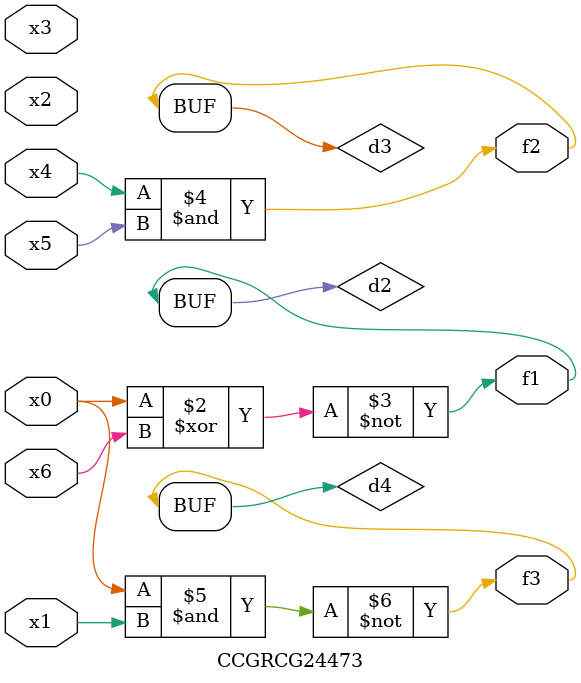
<source format=v>
module CCGRCG24473(
	input x0, x1, x2, x3, x4, x5, x6,
	output f1, f2, f3
);

	wire d1, d2, d3, d4;

	nor (d1, x0);
	xnor (d2, x0, x6);
	and (d3, x4, x5);
	nand (d4, x0, x1);
	assign f1 = d2;
	assign f2 = d3;
	assign f3 = d4;
endmodule

</source>
